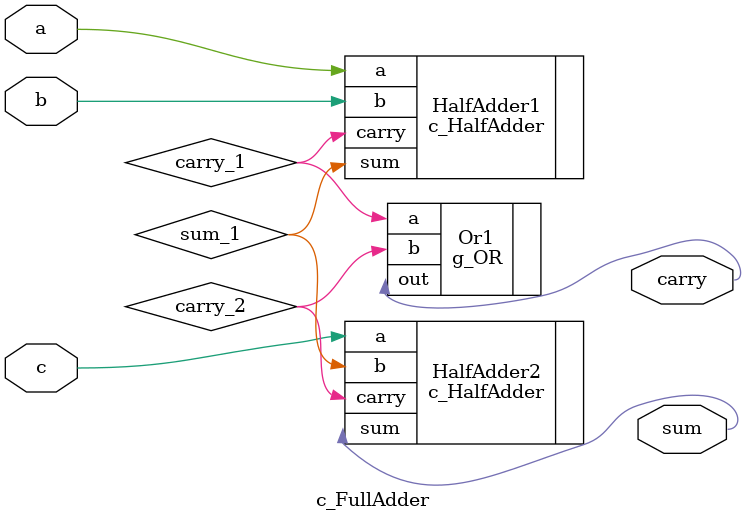
<source format=v>

module c_FullAdder
(
    input  a, b, c,
    output sum, carry
);

wire sum_1, carry_1, carry_2;

c_HalfAdder HalfAdder1 ( .a(a),       .b(b),       .sum(sum_1), .carry(carry_1) );
c_HalfAdder HalfAdder2 ( .a(c),       .b(sum_1),   .sum(sum),   .carry(carry_2) );
g_OR Or1               ( .a(carry_1), .b(carry_2), .out(carry)                  );

endmodule

</source>
